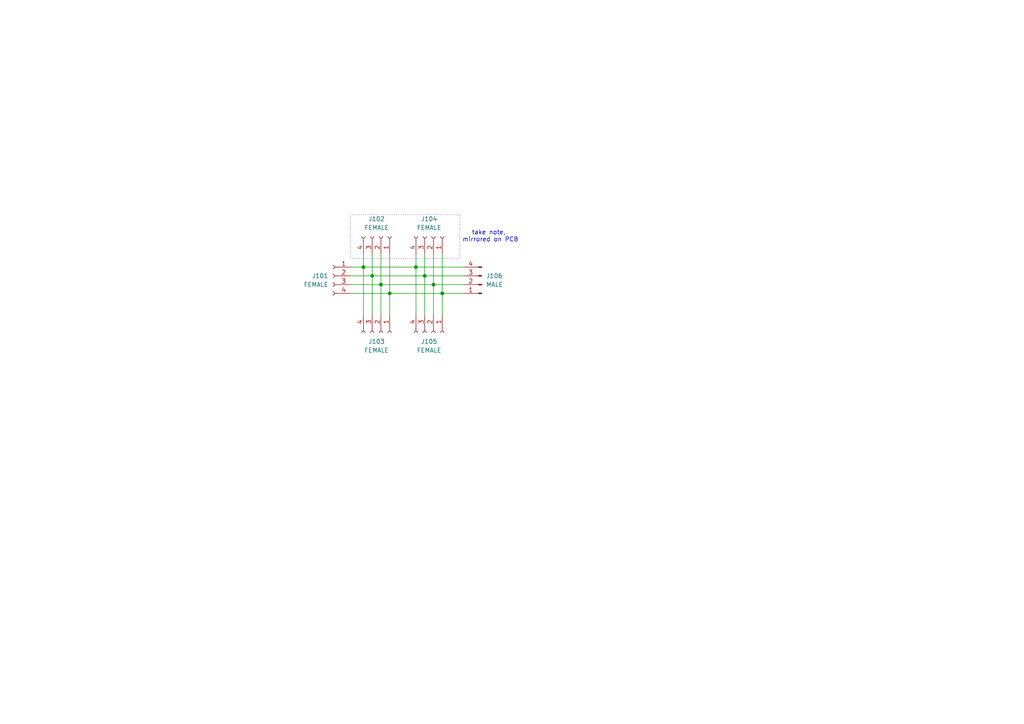
<source format=kicad_sch>
(kicad_sch (version 20231120) (generator "eeschema") (generator_version "8.0")
  (paper "A4")
  (lib_symbols
    (symbol "connector_3.50mm_4P_horizontal_FEMALE_1" (pin_names (offset 1.016) hide)
      (property "Reference" "J" (at 0 5.08 0))
      (property "Value" "FEMALE" (at 0 -7.62 0))
      (symbol "connector_3.50mm_4P_horizontal_FEMALE_1_1_1"
        (arc (start 0 -4.572) (mid -0.5058 -5.08) (end 0 -5.588) (stroke (width 0.1524)))
        (arc (start 0 -2.032) (mid -0.5058 -2.54) (end 0 -3.048) (stroke (width 0.1524)))
        (polyline (pts (xy -1.27 -5.08) (xy -0.508 -5.08)) (stroke (width 0.1524)))
        (polyline (pts (xy -1.27 -2.54) (xy -0.508 -2.54)) (stroke (width 0.1524)))
        (polyline (pts (xy -1.27 0) (xy -0.508 0)) (stroke (width 0.1524)))
        (polyline (pts (xy -1.27 2.54) (xy -0.508 2.54)) (stroke (width 0.1524)))
        (arc (start 0 0.508) (mid -0.5058 0) (end 0 -0.508) (stroke (width 0.1524)))
        (arc (start 0 3.048) (mid -0.5058 2.54) (end 0 2.032) (stroke (width 0.1524)))
        (pin passive line (at -5.08 2.54 0) (length 3.81) (name "Pin_1") (number "1"))
        (pin passive line (at -5.08 0 0) (length 3.81) (name "Pin_2") (number "2"))
        (pin passive line (at -5.08 -2.54 0) (length 3.81) (name "Pin_3") (number "3"))
        (pin passive line (at -5.08 -5.08 0) (length 3.81) (name "Pin_4") (number "4"))
      )
    )
    (symbol "custom_kicad_lib_sk:connector_3.50mm_4P_horizontal_MALE" (pin_names (offset 1.016) hide)
      (property "Reference" "J" (at 0 5.08 0))
      (property "Value" "MALE" (at 0 -7.62 0))
      (symbol "connector_3.50mm_4P_horizontal_MALE_1_1"
        (rectangle (start -4.2164 -4.953) (end -5.08 -5.207) (stroke (width 0.1524)) (fill (type outline)))
        (rectangle (start -4.2164 -2.413) (end -5.08 -2.667) (stroke (width 0.1524)) (fill (type outline)))
        (rectangle (start -4.2164 0.127) (end -5.08 -0.127) (stroke (width 0.1524)) (fill (type outline)))
        (rectangle (start -4.2164 2.667) (end -5.08 2.413) (stroke (width 0.1524)) (fill (type outline)))
        (polyline (pts (xy -3.81 -5.08) (xy -4.2164 -5.08)) (stroke (width 0.1524)))
        (polyline (pts (xy -3.81 -2.54) (xy -4.2164 -2.54)) (stroke (width 0.1524)))
        (polyline (pts (xy -3.81 0) (xy -4.2164 0)) (stroke (width 0.1524)))
        (polyline (pts (xy -3.81 2.54) (xy -4.2164 2.54)) (stroke (width 0.1524)))
        (pin passive line (at 0 2.54 180) (length 3.81) (name "Pin_1") (number "1"))
        (pin passive line (at 0 0 180) (length 3.81) (name "Pin_2") (number "2"))
        (pin passive line (at 0 -2.54 180) (length 3.81) (name "Pin_3") (number "3"))
        (pin passive line (at 0 -5.08 180) (length 3.81) (name "Pin_4") (number "4"))
      )
    )
  )
  (junction (at 105.41 77.47))
  (junction (at 107.95 80.01))
  (junction (at 123.19 80.01))
  (junction (at 120.65 77.47))
  (junction (at 125.73 82.55))
  (junction (at 128.27 85.09))
  (junction (at 113.03 85.09))
  (junction (at 110.49 82.55))
  (wire (pts (xy 105.41 73.66) (xy 105.41 77.47)))
  (wire (pts (xy 120.65 77.47) (xy 120.65 91.44)))
  (wire (pts (xy 123.19 80.01) (xy 134.62 80.01)))
  (wire (pts (xy 125.73 73.66) (xy 125.73 82.55)))
  (wire (pts (xy 110.49 82.55) (xy 125.73 82.55)))
  (wire (pts (xy 101.6 77.47) (xy 105.41 77.47)))
  (wire (pts (xy 101.6 82.55) (xy 110.49 82.55)))
  (wire (pts (xy 120.65 77.47) (xy 134.62 77.47)))
  (wire (pts (xy 120.65 73.66) (xy 120.65 77.47)))
  (wire (pts (xy 125.73 82.55) (xy 134.62 82.55)))
  (wire (pts (xy 113.03 73.66) (xy 113.03 85.09)))
  (wire (pts (xy 101.6 85.09) (xy 113.03 85.09)))
  (wire (pts (xy 110.49 73.66) (xy 110.49 82.55)))
  (wire (pts (xy 110.49 82.55) (xy 110.49 91.44)))
  (wire (pts (xy 128.27 85.09) (xy 128.27 91.44)))
  (wire (pts (xy 101.6 80.01) (xy 107.95 80.01)))
  (wire (pts (xy 128.27 73.66) (xy 128.27 85.09)))
  (wire (pts (xy 123.19 80.01) (xy 123.19 91.44)))
  (wire (pts (xy 123.19 73.66) (xy 123.19 80.01)))
  (wire (pts (xy 128.27 85.09) (xy 134.62 85.09)))
  (wire (pts (xy 105.41 77.47) (xy 105.41 91.44)))
  (wire (pts (xy 105.41 77.47) (xy 120.65 77.47)))
  (wire (pts (xy 113.03 85.09) (xy 128.27 85.09)))
  (wire (pts (xy 107.95 80.01) (xy 123.19 80.01)))
  (wire (pts (xy 107.95 73.66) (xy 107.95 80.01)))
  (wire (pts (xy 125.73 82.55) (xy 125.73 91.44)))
  (wire (pts (xy 113.03 85.09) (xy 113.03 91.44)))
  (wire (pts (xy 107.95 80.01) (xy 107.95 91.44)))
  (rectangle (start 101.6 62.23) (end 133.35 74.93) (stroke (width 0) (type dot)))
  (text "take note, \nmirrored on PCB" (at 142.24 68.58 0) (effects (font (size 1.27 1.27))))
  (symbol (lib_name "connector_3.50mm_4P_horizontal_FEMALE_1") (lib_id "custom_kicad_lib_sk:connector_3.50mm_4P_horizontal_FEMALE") (at 110.49 68.58 270) (mirror x) (unit 1)
    (property "Reference" "J102" (at 109.22 63.5 90))
    (property "Value" "FEMALE" (at 109.22 66.04 90))
    (property "Footprint" "Connector_Phoenix_MC:PhoenixContact_MC_1,5_4-G-3.5_1x04_P3.50mm_Horizontal" (effects (hide yes)))
    (property "Description" "Generic connector, single row, 01x04, script generated" (effects (hide yes)))
  )
  (symbol (lib_name "connector_3.50mm_4P_horizontal_FEMALE_1") (lib_id "custom_kicad_lib_sk:connector_3.50mm_4P_horizontal_FEMALE") (at 96.52 80.01 0) (mirror y) (unit 1)
    (property "Reference" "J101" (at 95.25 80.0099 0) (effects (justify left)))
    (property "Value" "FEMALE" (at 95.25 82.5499 0) (effects (justify left)))
    (property "Footprint" "Connector_Phoenix_MC:PhoenixContact_MC_1,5_4-G-3.5_1x04_P3.50mm_Horizontal" (effects (hide yes)))
    (property "Description" "Generic connector, single row, 01x04, script generated" (effects (hide yes)))
  )
  (symbol (lib_name "connector_3.50mm_4P_horizontal_FEMALE_1") (lib_id "custom_kicad_lib_sk:connector_3.50mm_4P_horizontal_FEMALE") (at 110.49 96.52 270) (unit 1)
    (property "Reference" "J103" (at 109.22 99.06 90))
    (property "Value" "FEMALE" (at 109.22 101.6 90))
    (property "Footprint" "Connector_Phoenix_MC:PhoenixContact_MC_1,5_4-G-3.5_1x04_P3.50mm_Horizontal" (effects (hide yes)))
    (property "Description" "Generic connector, single row, 01x04, script generated" (effects (hide yes)))
  )
  (symbol (lib_name "connector_3.50mm_4P_horizontal_FEMALE_1") (lib_id "custom_kicad_lib_sk:connector_3.50mm_4P_horizontal_FEMALE") (at 125.73 96.52 270) (unit 1)
    (property "Reference" "J105" (at 124.46 99.06 90))
    (property "Value" "FEMALE" (at 124.46 101.6 90))
    (property "Footprint" "Connector_Phoenix_MC:PhoenixContact_MC_1,5_4-G-3.5_1x04_P3.50mm_Horizontal" (effects (hide yes)))
    (property "Description" "Generic connector, single row, 01x04, script generated" (effects (hide yes)))
  )
  (symbol (lib_id "custom_kicad_lib_sk:connector_3.50mm_4P_horizontal_MALE") (at 134.62 82.55 180) (unit 1)
    (property "Reference" "J106" (at 140.97 80.0099 0) (effects (justify right)))
    (property "Value" "MALE" (at 140.97 82.5499 0) (effects (justify right)))
    (property "Footprint" "custom_kicad_lib_sk:connector_3.50mm_4P horizontal_MALE" (effects (hide yes)))
    (property "Description" "Generic connector, single row, 01x04, script generated" (effects (hide yes)))
  )
  (symbol (lib_name "connector_3.50mm_4P_horizontal_FEMALE_1") (lib_id "custom_kicad_lib_sk:connector_3.50mm_4P_horizontal_FEMALE") (at 125.73 68.58 270) (mirror x) (unit 1)
    (property "Reference" "J104" (at 124.46 63.5 90))
    (property "Value" "FEMALE" (at 124.46 66.04 90))
    (property "Footprint" "Connector_Phoenix_MC:PhoenixContact_MC_1,5_4-G-3.5_1x04_P3.50mm_Horizontal" (effects (hide yes)))
    (property "Description" "Generic connector, single row, 01x04, script generated" (effects (hide yes)))
  )
)
</source>
